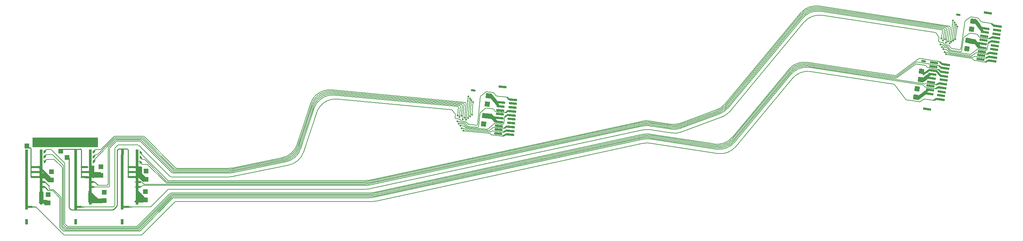
<source format=gbr>
*
G4_C Author: OrCAD GerbTool(tm) 8.1.1 Thu Jun 19 08:56:54 2003*
%LPD*%
%FSLAX34Y34*%
%MOIN*%
%AD*%
%AMD25R98*
20,1,0.025000,0.000000,-0.035000,0.000000,0.035000,98.600000*
%
%AMD10R98*
20,1,0.050000,-0.025000,0.000000,0.025000,0.000000,98.600000*
%
%AMD25R98N2*
20,1,0.025000,0.000000,-0.035000,0.000000,0.035000,98.600000*
%
%AMD10R98N2*
20,1,0.050000,-0.025000,0.000000,0.025000,0.000000,98.600000*
%
%AMD25R86*
20,1,0.025000,0.000000,-0.035000,0.000000,0.035000,86.080000*
%
%AMD10R86*
20,1,0.050000,-0.025000,0.000000,0.025000,0.000000,86.080000*
%
%AMD16R5*
20,1,0.025000,-0.035000,0.000000,0.035000,0.000000,5.450000*
%
%AMD10R5*
20,1,0.050000,-0.025000,0.000000,0.025000,0.000000,5.450000*
%
%AMD16R5N2*
20,1,0.025000,-0.035000,0.000000,0.035000,0.000000,5.450000*
%
%AMD10R5N2*
20,1,0.050000,-0.025000,0.000000,0.025000,0.000000,5.450000*
%
%AMD32R3*
20,1,0.025000,0.034920,-0.002390,-0.034920,0.002390,3.950000*
%
%AMD33R3*
20,1,0.050000,-0.001710,-0.024940,0.001710,0.024940,3.950000*
%
%AMD32R3N2*
20,1,0.025000,0.034920,-0.002390,-0.034920,0.002390,3.910000*
%
%AMD33R3N2*
20,1,0.050000,-0.001710,-0.024940,0.001710,0.024940,3.910000*
%
%AMD32R3N3*
20,1,0.025000,0.034920,-0.002390,-0.034920,0.002390,3.920000*
%
%AMD33R3N3*
20,1,0.050000,-0.001710,-0.024940,0.001710,0.024940,3.920000*
%
%AMD29R84*
20,1,0.022000,0.000000,-0.040000,0.000000,0.040000,84.700000*
%
%AMD54R84*
20,1,0.050000,-0.025000,0.000000,0.025000,0.000000,84.700000*
%
%AMD29R81*
20,1,0.022000,0.000000,-0.040000,0.000000,0.040000,81.200000*
%
%AMD54R81*
20,1,0.050000,-0.025000,0.000000,0.025000,0.000000,81.200000*
%
%AMD29R81N2*
20,1,0.022000,0.000000,-0.040000,0.000000,0.040000,81.200000*
%
%AMD54R81N2*
20,1,0.050000,-0.025000,0.000000,0.025000,0.000000,81.200000*
%
%AMD29R84N2*
20,1,0.022000,0.000000,-0.040000,0.000000,0.040000,84.700000*
%
%AMD54R84N2*
20,1,0.050000,-0.025000,0.000000,0.025000,0.000000,84.700000*
%
%AMD29R81N3*
20,1,0.022000,0.000000,-0.040000,0.000000,0.040000,81.300000*
%
%AMD54R81N3*
20,1,0.050000,-0.025000,0.000000,0.025000,0.000000,81.300000*
%
%AMD29R81N4*
20,1,0.022000,0.000000,-0.040000,0.000000,0.040000,81.300000*
%
%AMD54R81N4*
20,1,0.050000,-0.025000,0.000000,0.025000,0.000000,81.300000*
%
%AMD29R81N5*
20,1,0.022000,0.000000,-0.040000,0.000000,0.040000,81.300000*
%
%AMD54R81N5*
20,1,0.050000,-0.025000,0.000000,0.025000,0.000000,81.300000*
%
%ADD10R,0.050000X0.050000*%
%ADD11C,0.006000*%
%ADD12C,0.019000*%
%ADD13C,0.007900*%
%ADD14C,0.005000*%
%ADD15C,0.000800*%
%ADD16R,0.070000X0.025000*%
%ADD17R,0.068000X0.023000*%
%ADD18C,0.006000*%
%ADD19C,0.009800*%
%ADD20C,0.010000*%
%ADD21C,0.030000*%
%ADD22C,0.060000*%
%ADD23C,0.035000*%
%ADD24C,0.055000*%
%ADD25R,0.025000X0.070000*%
%ADD26C,0.010000*%
%ADD27R,0.029000X0.058000*%
%ADD28R,0.031000X0.060000*%
%ADD29R,0.022000X0.080000*%
%ADD30R,0.024000X0.082000*%
%ADD31D10R98N2*%
%ADD32D25R86*%
%ADD33D10R86*%
%ADD34D16R5*%
%ADD35D10R5*%
%ADD36D16R5N2*%
%ADD37D10R5N2*%
%ADD38D25R98N2*%
%ADD39D10R98N2*%
%ADD40D25R86*%
%ADD41D10R86*%
%ADD42D16R5*%
%ADD43D10R5*%
%ADD44D16R5N2*%
%ADD45D10R5N2*%
%ADD46D32R3*%
%ADD47D33R3*%
%ADD48R,0.070000X0.025000*%
%ADD49D33R3N2*%
%ADD50C,0.011000*%
%ADD51C,0.036000*%
%ADD52C,0.015000*%
%ADD53R,0.070000X0.025000*%
%ADD54R,0.050000X0.050000*%
%ADD55C,0.010000*%
%ADD56C,0.010000*%
%ADD57D29R84*%
%ADD58D54R84*%
%ADD59D29R81*%
%ADD60D54R81*%
%ADD61D29R81N2*%
%ADD62D54R81N2*%
%ADD63D29R84N2*%
%ADD64D54R84N2*%
%ADD65D29R81N3*%
%ADD66D54R81N3*%
%ADD67D29R81N4*%
%ADD68D54R81N4*%
%ADD69D29R81N5*%
%ADD70D54R81N5*%
%ADD256R,0.058000X0.029000*%
G4_C OrCAD GerbTool Tool List *
G4_D50 1 0.0110 T 0 0*
G4_D51 3 0.0360 T 0 0*
G4_D52 2 0.0150 T 0 0*
G54D11*
G1X70816Y13733D2*
G75*
G2X69971Y13134I-1546J1285D1*
G74*
G1X70043Y13033D2*
G75*
G3X70888Y13631I-695J1878D1*
G74*
G1X70960Y13529D2*
G75*
G2X70115Y12931I-1546J1285D1*
G74*
G1X70187Y12830D2*
G75*
G3X71031Y13428I-695J1878D1*
G74*
G1X71103Y13327D2*
G75*
G2X70258Y12729I-1546J1285D1*
G74*
G1X70486Y12408D2*
G75*
G3X71331Y13006I-695J1878D1*
G74*
G1X26343Y8326D2*
G75*
G3X27839Y9654I-404J1968D1*
G74*
G1X27931Y9551D2*
G75*
G2X26435Y8223I-1895J631D1*
G74*
G1X26527Y8119D2*
G75*
G3X28023Y9447I-404J1968D1*
G74*
G1X28115Y9343D2*
G75*
G2X26619Y8016I-1895J631D1*
G74*
G1X28207Y9240D2*
G75*
G2X26711Y7912I-1895J631D1*
G74*
G1X27002Y7584D2*
G75*
G3X28498Y8911I-404J1968D1*
G74*
G1X44058Y13377D2*
G75*
G3X43967Y13486I-100J9D1*
G74*
G54D12*
G1X44475Y12192D3*
G1X44548Y11109D2*
G54D11*
G1X44544Y11057D1*
G1X43396Y13126D2*
G75*
G3X43328Y13161I-77J-64D1*
G74*
G1X43716Y12741D2*
G1X43396Y13126D1*
G1X43738Y12667D2*
G75*
G3X43716Y12741I-100J9D1*
G74*
G54D12*
G1X44543Y11056D3*
G1X47869Y13984D2*
G1X47601Y14307D1*
G1X47656Y14247D2*
G1X47387Y14570D1*
G1X47565Y14359D2*
G1X47297Y14682D1*
G1X47570Y14098D2*
G1X47302Y14421D1*
G1X47811Y13810D2*
G1X47543Y14133D1*
G1X48084Y13580D2*
G1X47815Y13903D1*
G1X48014Y13566D2*
G1X47746Y13889D1*
G1X47852Y12029D2*
G1X47583Y12353D1*
G1X47768Y12018D2*
G1X47500Y12341D1*
G1X47782Y12023D2*
G1X47513Y12346D1*
G1X47583Y12249D2*
G1X47314Y12572D1*
G1X47402Y10602D2*
G75*
G54D11*
G2X47334Y10637I9J100D1*
G74*
G1X47580Y11380D2*
G75*
G3X47507Y11357I-9J-100D1*
G74*
G1X47646Y11738D2*
G75*
G2X47719Y11761I64J-77D1*
G74*
G1X47824Y12941D2*
G1X48533Y12875D1*
G1X47756Y12976D2*
G75*
G3X47824Y12941I77J64D1*
G74*
G1X47719Y11761D2*
G1X48513Y11687D1*
G75*
G3X48622Y11777I9J100D1*
G74*
G1X47909Y14515D2*
G75*
G2X47841Y14551I9J100D1*
G74*
G1X46835Y13304D2*
G1X47498Y13242D1*
G1X47566Y13206D2*
G1X47756Y12976D1*
G1X47498Y13242D2*
G75*
G2X47566Y13206I-9J-99D1*
G74*
G1X47841Y14551D2*
G1X47589Y14854D1*
G75*
G3X47522Y14890I-77J-64D1*
G74*
G1X45980Y11378D2*
G75*
G3X46089Y11468I9J100D1*
G74*
G1X46747Y13283D2*
G75*
G2X46820Y13305I64J-76D1*
G74*
G1X46089Y11468D2*
G1X46213Y12798D1*
G1X46248Y12865D2*
G1X46747Y13283D1*
G1X46213Y12798D2*
G75*
G2X46248Y12865I100J-9D1*
G74*
G1X47261Y12647D2*
G54D12*
G1X46843Y12685D1*
G1X47610Y12320D2*
G1X47342Y12643D1*
G1X47128Y12566D2*
G1X46710Y12604D1*
G1X47943Y12337D2*
G1X47525Y12376D1*
G1X45038Y14481D2*
G54D11*
G1X44992Y13983D1*
G1X45354Y14100D2*
G1X45308Y13602D1*
G1X45007Y14133D2*
G1X44824Y12159D1*
G1X45355Y14101D2*
G1X45204Y12475D1*
G54D12*
G1X45394Y12634D3*
G1X45203Y12476D3*
G1X45013Y12318D3*
G1X44823Y12160D3*
G1X45039Y14481D3*
G1X45197Y14290D3*
G1X45355Y14100D3*
G1X45513Y13910D3*
G1X45512Y13910D2*
G54D11*
G1X45394Y12634D1*
G1X44243Y13480D2*
G75*
G3X44153Y13589I-100J9D1*
G74*
G1X44429Y13583D2*
G75*
G3X44339Y13692I-100J9D1*
G74*
G1X44614Y13688D2*
G75*
G3X44524Y13796I-100J9D1*
G74*
G1X44799Y13790D2*
G75*
G3X44709Y13899I-100J9D1*
G74*
G1X45197Y14290D2*
G1X45014Y12317D1*
G54D12*
G1X44143Y12400D3*
G1X44143Y12400D2*
G54D11*
G1X44243Y13480D1*
G1X44219Y12170D2*
G75*
G3X44151Y12205I-77J-64D1*
G74*
G1X43798Y12238D1*
G1X43708Y12347D2*
G1X43738Y12667D1*
G1X43798Y12238D2*
G75*
G2X43708Y12347I9J100D1*
G74*
G54D12*
G1X43985Y12591D3*
G1X43985Y12591D2*
G54D11*
G1X44058Y13377D1*
G1X44475Y12192D2*
G1X44614Y13688D1*
G1X44665Y12351D2*
G1X44798Y13790D1*
G54D12*
G1X44665Y12351D3*
G1X44428Y13583D2*
G54D11*
G1X44333Y12559D1*
G54D12*
G1X44333Y12559D3*
G1X45067Y11670D2*
G75*
G54D11*
G2X44999Y11706I9J100D1*
G74*
G1X45980Y11378D2*
G1X45026Y11466D1*
G75*
G2X44958Y11501I9J100D1*
G74*
G1X44999Y11706D2*
G1X44818Y11925D1*
G75*
G3X44750Y11961I-77J-64D1*
G74*
G54D12*
G1X44238Y11548D3*
G1X44750Y11961D2*
G54D11*
G1X44403Y11993D1*
G1X44335Y12029D2*
G1X44219Y12170D1*
G1X44403Y11993D2*
G75*
G2X44335Y12029I9J100D1*
G74*
G54D12*
G1X44081Y11758D3*
G1X44961Y11353D2*
G75*
G54D11*
G2X44893Y11388I9J100D1*
G74*
G1X44654Y11675D1*
G75*
G3X44587Y11711I-77J-64D1*
G74*
G1X44819Y11124D2*
G75*
G2X44750Y11160I9J100D1*
G74*
G1X44587Y11711D2*
G1X44081Y11758D1*
G1X44958Y11501D2*
G1X44709Y11802D1*
G75*
G3X44642Y11838I-77J-64D1*
G74*
G1X44386Y11253D2*
G1X44388Y11276D1*
G54D12*
G1X44388Y11276D3*
G1X44750Y11160D2*
G54D11*
G1X44705Y11217D1*
G1X44636Y11253D2*
G1X44397Y11275D1*
G1X44705Y11217D2*
G75*
G3X44636Y11253I-78J-63D1*
G74*
G54D12*
G1X43927Y11989D3*
G1X44642Y11838D2*
G54D11*
G1X44348Y11865D1*
G75*
G2X44280Y11902I9J100D1*
G74*
G1X43928Y11990D2*
G1X44190Y11965D1*
G1X44259Y11929D2*
G1X44280Y11902D1*
G1X44190Y11965D2*
G75*
G2X44259Y11929I-9J-101D1*
G74*
G1X44899Y11237D2*
G75*
G2X44831Y11272I9J100D1*
G74*
G1X44659Y11480D1*
G1X44591Y11515D2*
G1X44238Y11548D1*
G1X44659Y11480D2*
G75*
G3X44591Y11515I-77J-64D1*
G74*
G1X44961Y11353D2*
G1X46919Y11171D1*
G1X46992Y11193D2*
G1X47646Y11738D1*
G1X46919Y11171D2*
G75*
G3X46992Y11193I9J100D1*
G74*
G1X47507Y11357D2*
G1X47147Y11057D1*
G1X47074Y11035D2*
G1X44899Y11237D1*
G1X47147Y11057D2*
G75*
G2X47074Y11035I-64J77D1*
G74*
G1X47334Y10637D2*
G1X47242Y10749D1*
G1X47174Y10785D2*
G1X44541Y11029D1*
G1X47242Y10749D2*
G75*
G3X47174Y10785I-77J-64D1*
G74*
G1X47425Y11001D2*
G75*
G3X47353Y10979I-9J-101D1*
G74*
G1X47284Y10923D1*
G1X47212Y10902D2*
G1X44819Y11124D1*
G1X47284Y10923D2*
G75*
G2X47212Y10902I-63J78D1*
G74*
G1X45880Y11595D2*
G1X45067Y11670D1*
G1X45989Y11685D2*
G75*
G2X45880Y11595I-100J9D1*
G74*
G1X45989Y11685D2*
G1X46246Y14453D1*
G75*
G2X46281Y14520I100J-9D1*
G74*
G54D63*
G1X49233Y10635D3*
G1X49269Y11028D3*
G1X49305Y11420D3*
G1X49342Y11811D3*
G1X49378Y12203D3*
G1X49414Y12595D3*
G1X49451Y12987D3*
G1X49487Y13379D3*
G1X49524Y13771D3*
G1X49560Y14163D3*
G1X48037Y10746D3*
G1X48073Y11138D3*
G1X48109Y11530D3*
G1X48146Y11922D3*
G1X48182Y12314D3*
G1X48219Y12705D3*
G1X48255Y13098D3*
G1X48291Y13490D3*
G1X48328Y13882D3*
G1X48473Y15449D3*
G1X49120Y14289D2*
G54D11*
G1X48995Y14301D1*
G1X48976Y14333D2*
G1X49096Y14216D1*
G1X48989Y14307D2*
G1X49108Y14190D1*
G1X48966Y14318D2*
G1X48971Y14378D1*
G1X49088Y14266D2*
G1X48973Y14406D1*
G1X49016Y14388D2*
G1X49058Y14347D1*
G1X48955Y14416D2*
G75*
G2X49016Y14388I-9J-101D1*
G74*
G1X49018Y14387D2*
G1X49109Y14297D1*
G1X48957Y14416D2*
G75*
G2X49018Y14387I-9J-100D1*
G74*
G1X48922Y14418D2*
G1X49041Y14300D1*
G1X48912Y14415D2*
G1X49033Y14303D1*
G1X49190Y14277D2*
G1X49065Y14289D1*
G1X49034Y14238D2*
G1X49153Y14120D1*
G1X49130Y14171D2*
G1X49137Y14244D1*
G1X48959Y14310D2*
G1X49079Y14192D1*
G1X48848Y14419D2*
G1X48968Y14301D1*
G1X48994Y12943D2*
G1X48869Y12954D1*
G1X48845Y12926D2*
G1X48984Y13019D1*
G1X48862Y12949D2*
G1X49001Y13043D1*
G1X48837Y12942D2*
G1X48832Y12883D1*
G1X48967Y12971D2*
G1X48828Y12855D1*
G1X48874Y12865D2*
G1X48922Y12897D1*
G1X48808Y12849D2*
G75*
G3X48874Y12865I9J101D1*
G74*
G1X48876Y12865D2*
G1X48982Y12937D1*
G1X48810Y12848D2*
G75*
G3X48876Y12865I9J100D1*
G74*
G1X48776Y12853D2*
G1X48915Y12946D1*
G1X48767Y12856D2*
G1X48906Y12944D1*
G1X49065Y12941D2*
G1X48940Y12953D1*
G1X48919Y13009D2*
G1X49058Y13103D1*
G1X49027Y13057D2*
G1X49020Y12984D1*
G1X48833Y12952D2*
G1X48972Y13045D1*
G1X48704Y12865D2*
G1X48844Y12959D1*
G1X48957Y12551D2*
G1X48833Y12562D1*
G1X48808Y12533D2*
G1X48947Y12627D1*
G1X48825Y12557D2*
G1X48965Y12650D1*
G1X48801Y12550D2*
G1X48795Y12490D1*
G1X48931Y12579D2*
G1X48792Y12463D1*
G1X48838Y12472D2*
G1X48886Y12505D1*
G1X48840Y12473D2*
G1X48946Y12545D1*
G1X48739Y12460D2*
G1X48878Y12554D1*
G1X48730Y12464D2*
G1X48869Y12552D1*
G1X49029Y12549D2*
G1X48904Y12561D1*
G1X48882Y12617D2*
G1X49021Y12710D1*
G1X48989Y12665D2*
G1X48982Y12591D1*
G1X48796Y12560D2*
G1X48935Y12653D1*
G1X48849Y11376D2*
G1X48725Y11387D1*
G1X48700Y11358D2*
G1X48839Y11452D1*
G1X48717Y11382D2*
G1X48857Y11475D1*
G1X48693Y11375D2*
G1X48687Y11315D1*
G1X48823Y11404D2*
G1X48684Y11287D1*
G1X48730Y11297D2*
G1X48778Y11330D1*
G1X48664Y11281D2*
G75*
G3X48730Y11297I9J101D1*
G74*
G1X48732Y11298D2*
G1X48838Y11370D1*
G1X48666Y11281D2*
G75*
G3X48732Y11298I9J100D1*
G74*
G1X48631Y11285D2*
G1X48770Y11379D1*
G1X48623Y11290D2*
G1X48761Y11378D1*
G1X48922Y11374D2*
G1X48797Y11385D1*
G1X48774Y11442D2*
G1X48913Y11535D1*
G1X48882Y11490D2*
G1X48875Y11416D1*
G1X48689Y11384D2*
G1X48828Y11478D1*
G1X48560Y11298D2*
G1X48699Y11391D1*
G1X48814Y10985D2*
G1X48690Y10997D1*
G1X48665Y10968D2*
G1X48804Y11061D1*
G1X48682Y10991D2*
G1X48821Y11085D1*
G1X48657Y10985D2*
G1X48652Y10925D1*
G1X48788Y11014D2*
G1X48648Y10897D1*
G1X48694Y10907D2*
G1X48743Y10940D1*
G1X48629Y10891D2*
G75*
G3X48694Y10907I9J101D1*
G74*
G1X48697Y10908D2*
G1X48803Y10979D1*
G1X48631Y10891D2*
G75*
G3X48697Y10908I9J100D1*
G74*
G1X48596Y10895D2*
G1X48735Y10988D1*
G1X48587Y10899D2*
G1X48726Y10986D1*
G1X48885Y10984D2*
G1X48761Y10995D1*
G1X48738Y11051D2*
G1X48877Y11145D1*
G1X48846Y11100D2*
G1X48839Y11026D1*
G1X48652Y10993D2*
G1X48791Y11087D1*
G1X48524Y10907D2*
G1X48663Y11000D1*
G1X48777Y10591D2*
G1X48652Y10602D1*
G1X48627Y10574D2*
G1X48767Y10667D1*
G1X48645Y10597D2*
G1X48784Y10691D1*
G1X48620Y10590D2*
G1X48614Y10531D1*
G1X48750Y10619D2*
G1X48611Y10503D1*
G1X48657Y10513D2*
G1X48705Y10545D1*
G1X48591Y10497D2*
G75*
G3X48657Y10513I9J101D1*
G74*
G1X48659Y10513D2*
G1X48765Y10585D1*
G1X48593Y10496D2*
G75*
G3X48659Y10513I9J100D1*
G74*
G1X48558Y10501D2*
G1X48698Y10594D1*
G1X48550Y10505D2*
G1X48688Y10593D1*
G1X48848Y10589D2*
G1X48723Y10601D1*
G1X48701Y10657D2*
G1X48841Y10751D1*
G1X48808Y10705D2*
G1X48801Y10632D1*
G1X48616Y10600D2*
G1X48755Y10693D1*
G1X48487Y10513D2*
G1X48626Y10607D1*
G1X48612Y10490D2*
G1X47402Y10602D1*
G1X48648Y10887D2*
G1X47425Y11001D1*
G1X48685Y11277D2*
G1X47580Y11380D1*
G1X48830Y12848D2*
G1X48131Y12912D1*
G1X48622Y11777D2*
G1X48683Y12439D1*
G1X48727Y12513D2*
G1X48806Y12567D1*
G1X48683Y12439D2*
G75*
G2X48727Y12513I99J-9D1*
G74*
G1X48726Y12396D2*
G1X48865Y12490D1*
G1X48683Y12367D2*
G1X48823Y12461D1*
G1X48696Y12406D2*
G1X48835Y12500D1*
G1X48976Y14416D2*
G1X47909Y14515D1*
G1X47954Y12350D2*
G54D12*
G1X47535Y12389D1*
G1X47195Y12346D2*
G1X46777Y12384D1*
G1X47476Y12319D2*
G1X47058Y12358D1*
G1X47304Y12480D2*
G1X46886Y12519D1*
G1X47359Y12379D2*
G1X47747Y11944D1*
G54D64*
G1X46585Y11729D3*
G1X46662Y12566D3*
G1X46957Y13702D3*
G1X47034Y14539D3*
G1X47548Y14261D2*
G54D12*
G1X47280Y14584D1*
G1X46281Y14520D2*
G54D11*
G1X46773Y14931D1*
G1X46845Y14953D2*
G1X47522Y14890D1*
G1X46773Y14931D2*
G75*
G2X46845Y14953I64J-77D1*
G74*
G1X45670Y15085D2*
G54D12*
G1X45389Y15111D1*
G1X92669Y21081D2*
G75*
G54D11*
G3X92586Y21195I-99J15D1*
G74*
G54D12*
G1X93016Y19873D3*
G1X93025Y18788D2*
G54D11*
G1X93017Y18736D1*
G1X91994Y20869D2*
G75*
G3X91928Y20909I-81J-59D1*
G74*
G1X92290Y20466D2*
G1X91994Y20869D1*
G1X92308Y20391D2*
G75*
G3X92290Y20466I-99J15D1*
G74*
G54D12*
G1X93017Y18735D3*
G1X96510Y21461D2*
G1X96262Y21800D1*
G1X96313Y21736D2*
G1X96064Y22075D1*
G1X96229Y21853D2*
G1X95981Y22192D1*
G1X96219Y21593D2*
G1X95970Y21931D1*
G1X96442Y21291D2*
G1X96193Y21629D1*
G1X96700Y21045D2*
G1X96452Y21383D1*
G1X96630Y21035D2*
G1X96381Y21374D1*
G1X96377Y19511D2*
G1X96128Y19849D1*
G1X96293Y19504D2*
G1X96044Y19843D1*
G1X96307Y19508D2*
G1X96058Y19847D1*
G1X96121Y19746D2*
G1X95873Y20085D1*
G1X95843Y18112D2*
G75*
G54D11*
G2X95777Y18152I15J99D1*
G74*
G1X96067Y18878D2*
G75*
G3X95993Y18860I-15J-99D1*
G74*
G1X96154Y19232D2*
G75*
G2X96229Y19250I60J-81D1*
G74*
G1X96403Y20422D2*
G1X97107Y20315D1*
G1X96337Y20462D2*
G75*
G3X96403Y20422I81J60D1*
G74*
G1X96229Y19250D2*
G1X97016Y19130D1*
G75*
G3X97130Y19213I15J99D1*
G74*
G1X96582Y21988D2*
G75*
G2X96516Y22029I15J99D1*
G74*
G1X95437Y20843D2*
G1X96096Y20743D1*
G1X96161Y20702D2*
G1X96337Y20462D1*
G1X96096Y20743D2*
G75*
G2X96161Y20702I-15J-98D1*
G74*
G1X96516Y22029D2*
G1X96282Y22346D1*
G75*
G3X96218Y22386I-81J-60D1*
G74*
G1X94470Y18971D2*
G75*
G3X94584Y19055I15J99D1*
G74*
G1X95348Y20828D2*
G75*
G2X95423Y20846I60J-80D1*
G74*
G1X94584Y19055D2*
G1X94786Y20375D1*
G1X94825Y20440D2*
G1X95348Y20828D1*
G1X94786Y20375D2*
G75*
G2X94825Y20440I99J-15D1*
G74*
G1X95824Y20162D2*
G54D12*
G1X95409Y20226D1*
G1X96153Y19815D2*
G1X95904Y20154D1*
G1X95686Y20089D2*
G1X95271Y20152D1*
G1X96487Y19813D2*
G1X96071Y19876D1*
G1X93713Y22125D2*
G54D11*
G1X93638Y21631D1*
G1X94006Y21726D2*
G1X93931Y21232D1*
G1X93662Y21780D2*
G1X93362Y19819D1*
G1X94008Y21727D2*
G1X93761Y20112D1*
G54D12*
G1X93959Y20260D3*
G1X93760Y20114D3*
G1X93560Y19967D3*
G1X93361Y19821D3*
G1X93714Y22125D3*
G1X93861Y21925D3*
G1X94007Y21726D3*
G1X94154Y21526D3*
G1X94153Y21526D2*
G54D11*
G1X93959Y20260D1*
G1X92861Y21173D2*
G75*
G3X92777Y21287I-99J15D1*
G74*
G1X93053Y21265D2*
G75*
G3X92969Y21379I-99J15D1*
G74*
G1X93243Y21358D2*
G75*
G3X93159Y21472I-99J15D1*
G74*
G1X93434Y21449D2*
G75*
G3X93350Y21563I-99J15D1*
G74*
G1X93861Y21925D2*
G1X93561Y19966D1*
G54D12*
G1X92697Y20100D3*
G1X92697Y20100D2*
G54D11*
G1X92861Y21173D1*
G1X92759Y19866D2*
G75*
G3X92693Y19906I-81J-59D1*
G74*
G1X92343Y19959D1*
G1X92259Y20073D2*
G1X92308Y20391D1*
G1X92343Y19959D2*
G75*
G2X92259Y20073I15J99D1*
G74*
G54D12*
G1X92550Y20301D3*
G1X92550Y20301D2*
G54D11*
G1X92669Y21081D1*
G1X93016Y19873D2*
G1X93243Y21358D1*
G1X93214Y20021D2*
G1X93433Y21449D1*
G54D12*
G1X93214Y20021D3*
G1X93052Y21265D2*
G54D11*
G1X92896Y20248D1*
G54D12*
G1X92896Y20248D3*
G1X93576Y19317D2*
G75*
G54D11*
G2X93510Y19357I15J99D1*
G74*
G1X94470Y18971D2*
G1X93523Y19116D1*
G75*
G2X93457Y19155I15J99D1*
G74*
G1X93510Y19357D2*
G1X93342Y19587D1*
G75*
G3X93276Y19626I-81J-60D1*
G74*
G54D12*
G1X92741Y19245D3*
G1X93276Y19626D2*
G54D11*
G1X92932Y19679D1*
G1X92867Y19719D2*
G1X92759Y19866D1*
G1X92932Y19679D2*
G75*
G2X92867Y19719I15J99D1*
G74*
G54D12*
G1X92597Y19463D3*
G1X93451Y19007D2*
G75*
G54D11*
G2X93385Y19046I15J99D1*
G74*
G1X93164Y19347D1*
G75*
G3X93099Y19386I-81J-60D1*
G74*
G1X93296Y18787D2*
G75*
G2X93229Y18827I15J99D1*
G74*
G1X93099Y19386D2*
G1X92597Y19463D1*
G1X93457Y19155D2*
G1X93226Y19470D1*
G75*
G3X93162Y19510I-81J-60D1*
G74*
G1X92871Y18942D2*
G1X92875Y18964D1*
G54D12*
G1X92875Y18964D3*
G1X93229Y18827D2*
G54D11*
G1X93187Y18886D1*
G1X93121Y18927D2*
G1X92884Y18963D1*
G1X93187Y18886D2*
G75*
G3X93121Y18927I-82J-58D1*
G74*
G54D12*
G1X92457Y19703D3*
G1X93162Y19510D2*
G54D11*
G1X92870Y19555D1*
G75*
G2X92804Y19595I15J99D1*
G74*
G1X92458Y19704D2*
G1X92718Y19664D1*
G1X92784Y19624D2*
G1X92804Y19595D1*
G1X92718Y19664D2*
G75*
G2X92784Y19624I-15J-100D1*
G74*
G1X93382Y18895D2*
G75*
G2X93316Y18934I15J99D1*
G74*
G1X93157Y19152D1*
G1X93092Y19191D2*
G1X92741Y19245D1*
G1X93157Y19152D2*
G75*
G3X93092Y19191I-81J-59D1*
G74*
G1X93451Y19007D2*
G1X95395Y18709D1*
G1X95469Y18727D2*
G1X96154Y19232D1*
G1X95395Y18709D2*
G75*
G3X95469Y18727I15J99D1*
G74*
G1X95993Y18860D2*
G1X95615Y18582D1*
G1X95542Y18564D2*
G1X93382Y18895D1*
G1X95615Y18582D2*
G75*
G2X95542Y18564I-59J81D1*
G74*
G1X95777Y18152D2*
G1X95692Y18269D1*
G1X95626Y18309D2*
G1X93013Y18708D1*
G1X95692Y18269D2*
G75*
G3X95626Y18309I-81J-60D1*
G74*
G1X95890Y18509D2*
G75*
G3X95817Y18492I-15J-100D1*
G74*
G1X95744Y18440D1*
G1X95671Y18423D2*
G1X93296Y18787D1*
G1X95744Y18440D2*
G75*
G2X95671Y18423I-58J82D1*
G74*
G1X94383Y19194D2*
G1X93576Y19317D1*
G1X94497Y19278D2*
G75*
G2X94383Y19194I-99J15D1*
G74*
G1X94497Y19278D2*
G1X94917Y22026D1*
G75*
G2X94957Y22090I99J-15D1*
G74*
G54D65*
G1X97673Y18037D3*
G1X97732Y18427D3*
G1X97792Y18816D3*
G1X97851Y19204D3*
G1X97911Y19594D3*
G1X97970Y19982D3*
G1X98030Y20372D3*
G1X98090Y20761D3*
G1X98149Y21151D3*
G1X98209Y21539D3*
G1X96485Y18219D3*
G1X96545Y18608D3*
G1X96605Y18996D3*
G1X96664Y19386D3*
G1X96724Y19775D3*
G1X96783Y20164D3*
G1X96843Y20553D3*
G1X96902Y20943D3*
G1X96962Y21332D3*
G1X97200Y22887D3*
G1X97777Y21691D2*
G54D11*
G1X97653Y21710D1*
G1X97636Y21744D2*
G1X97748Y21620D1*
G1X97647Y21717D2*
G1X97759Y21593D1*
G1X97625Y21730D2*
G1X97634Y21789D1*
G1X97744Y21670D2*
G1X97637Y21817D1*
G1X97679Y21796D2*
G1X97718Y21753D1*
G1X97619Y21828D2*
G75*
G2X97679Y21796I-15J-100D1*
G74*
G1X97681Y21795D2*
G1X97767Y21700D1*
G1X97621Y21827D2*
G75*
G2X97681Y21795I-15J-99D1*
G74*
G1X97587Y21832D2*
G1X97699Y21707D1*
G1X97577Y21829D2*
G1X97691Y21710D1*
G1X97846Y21676D2*
G1X97722Y21694D1*
G1X97688Y21645D2*
G1X97800Y21521D1*
G1X97780Y21572D2*
G1X97791Y21646D1*
G1X97617Y21722D2*
G1X97730Y21597D1*
G1X97514Y21837D2*
G1X97626Y21712D1*
G1X97571Y20355D2*
G1X97448Y20374D1*
G1X97421Y20346D2*
G1X97566Y20432D1*
G1X97440Y20369D2*
G1X97584Y20454D1*
G1X97415Y20364D2*
G1X97406Y20304D1*
G1X97546Y20385D2*
G1X97400Y20277D1*
G1X97447Y20284D2*
G1X97497Y20314D1*
G1X97380Y20272D2*
G75*
G3X97447Y20284I15J100D1*
G74*
G1X97449Y20285D2*
G1X97559Y20350D1*
G1X97382Y20271D2*
G75*
G3X97449Y20285I15J99D1*
G74*
G1X97348Y20278D2*
G1X97492Y20363D1*
G1X97339Y20282D2*
G1X97483Y20361D1*
G1X97642Y20349D2*
G1X97518Y20368D1*
G1X97500Y20425D2*
G1X97644Y20511D1*
G1X97611Y20467D2*
G1X97599Y20394D1*
G1X97411Y20373D2*
G1X97556Y20458D1*
G1X97278Y20295D2*
G1X97422Y20380D1*
G1X97512Y19965D2*
G1X97388Y19984D1*
G1X97362Y19957D2*
G1X97506Y20042D1*
G1X97380Y19979D2*
G1X97525Y20065D1*
G1X97355Y19974D2*
G1X97346Y19915D1*
G1X97487Y19996D2*
G1X97341Y19887D1*
G1X97387Y19894D2*
G1X97437Y19924D1*
G1X97389Y19895D2*
G1X97500Y19960D1*
G1X97288Y19888D2*
G1X97433Y19973D1*
G1X97280Y19893D2*
G1X97423Y19972D1*
G1X97582Y19960D2*
G1X97459Y19979D1*
G1X97440Y20036D2*
G1X97585Y20121D1*
G1X97550Y20078D2*
G1X97539Y20005D1*
G1X97350Y19984D2*
G1X97495Y20069D1*
G1X97334Y18799D2*
G1X97210Y18818D1*
G1X97184Y18790D2*
G1X97329Y18876D1*
G1X97203Y18813D2*
G1X97347Y18898D1*
G1X97178Y18808D2*
G1X97168Y18748D1*
G1X97309Y18829D2*
G1X97163Y18721D1*
G1X97210Y18728D2*
G1X97260Y18758D1*
G1X97143Y18716D2*
G75*
G3X97210Y18728I15J100D1*
G74*
G1X97212Y18729D2*
G1X97322Y18794D1*
G1X97145Y18715D2*
G75*
G3X97212Y18729I15J99D1*
G74*
G1X97111Y18722D2*
G1X97255Y18807D1*
G1X97102Y18727D2*
G1X97246Y18806D1*
G1X97406Y18793D2*
G1X97282Y18812D1*
G1X97263Y18869D2*
G1X97407Y18955D1*
G1X97373Y18911D2*
G1X97362Y18838D1*
G1X97174Y18817D2*
G1X97318Y18902D1*
G1X97041Y18739D2*
G1X97185Y18824D1*
G1X97276Y18411D2*
G1X97152Y18430D1*
G1X97126Y18403D2*
G1X97270Y18488D1*
G1X97144Y18425D2*
G1X97289Y18510D1*
G1X97119Y18420D2*
G1X97110Y18361D1*
G1X97251Y18441D2*
G1X97105Y18333D1*
G1X97152Y18340D2*
G1X97202Y18370D1*
G1X97085Y18328D2*
G75*
G3X97152Y18340I15J100D1*
G74*
G1X97154Y18341D2*
G1X97264Y18406D1*
G1X97087Y18328D2*
G75*
G3X97154Y18341I15J99D1*
G74*
G1X97052Y18334D2*
G1X97197Y18419D1*
G1X97044Y18338D2*
G1X97188Y18418D1*
G1X97347Y18405D2*
G1X97223Y18424D1*
G1X97204Y18482D2*
G1X97348Y18567D1*
G1X97314Y18524D2*
G1X97303Y18451D1*
G1X97115Y18429D2*
G1X97259Y18514D1*
G1X96981Y18350D2*
G1X97126Y18435D1*
G1X97215Y18020D2*
G1X97091Y18039D1*
G1X97065Y18012D2*
G1X97209Y18097D1*
G1X97083Y18034D2*
G1X97228Y18119D1*
G1X97058Y18029D2*
G1X97049Y17969D1*
G1X97190Y18050D2*
G1X97044Y17942D1*
G1X97091Y17949D2*
G1X97141Y17979D1*
G1X97024Y17937D2*
G75*
G3X97091Y17949I15J100D1*
G74*
G1X97093Y17950D2*
G1X97203Y18015D1*
G1X97026Y17937D2*
G75*
G3X97093Y17950I15J99D1*
G74*
G1X96992Y17943D2*
G1X97136Y18028D1*
G1X96983Y17948D2*
G1X97127Y18027D1*
G1X97286Y18014D2*
G1X97162Y18033D1*
G1X97144Y18090D2*
G1X97288Y18176D1*
G1X97253Y18132D2*
G1X97242Y18059D1*
G1X97055Y18038D2*
G1X97199Y18123D1*
G1X96921Y17960D2*
G1X97066Y18045D1*
G1X97044Y17929D2*
G1X95843Y18112D1*
G1X97104Y18323D2*
G1X95890Y18509D1*
G1X97164Y18711D2*
G1X96067Y18878D1*
G1X97402Y20269D2*
G1X96708Y20376D1*
G1X97130Y19213D2*
G1X97231Y19871D1*
G1X97279Y19941D2*
G1X97362Y19990D1*
G1X97231Y19871D2*
G75*
G2X97279Y19941I98J-15D1*
G74*
G1X97272Y19825D2*
G1X97416Y19910D1*
G1X97227Y19799D2*
G1X97372Y19884D1*
G1X97242Y19837D2*
G1X97386Y19922D1*
G1X97640Y21826D2*
G1X96582Y21988D1*
G1X96498Y19825D2*
G54D12*
G1X96082Y19889D1*
G1X95740Y19865D2*
G1X95325Y19929D1*
G1X96019Y19823D2*
G1X95604Y19886D1*
G1X95857Y19993D2*
G1X95441Y20057D1*
G1X95905Y19888D2*
G1X96267Y19431D1*
G54D66*
G1X95095Y19286D3*
G1X95221Y20117D3*
G1X95583Y21234D3*
G1X95709Y22064D3*
G1X96206Y21756D2*
G54D12*
G1X95958Y22095D1*
G1X94957Y22090D2*
G54D11*
G1X95472Y22471D1*
G1X95546Y22489D2*
G1X96218Y22386D1*
G1X95472Y22471D2*
G75*
G2X95546Y22489I60J-81D1*
G74*
G1X94381Y22690D2*
G54D12*
G1X94101Y22733D1*
G1X44709Y13899D2*
G54D11*
G1X31296Y15143D1*
G1X29213Y13783D2*
G1X27839Y9654D1*
G1X31296Y15143D2*
G75*
G3X29213Y13783I-185J-1999D1*
G74*
G1X27931Y9551D2*
G1X29297Y13656D1*
G1X31380Y15016D2*
G1X44524Y13796D1*
G1X29297Y13656D2*
G75*
G2X31380Y15016I1903J-634D1*
G74*
G1X44339Y13692D2*
G1X31463Y14887D1*
G1X29380Y13526D2*
G1X28023Y9447D1*
G1X31463Y14887D2*
G75*
G3X29380Y13526I-185J-2000D1*
G74*
G1X28115Y9343D2*
G1X29464Y13398D1*
G1X31547Y14758D2*
G1X44153Y13589D1*
G1X29464Y13398D2*
G75*
G2X31547Y14758I1903J-634D1*
G74*
G1X43967Y13486D2*
G1X31630Y14630D1*
G1X29548Y13269D2*
G1X28207Y9240D1*
G1X31630Y14630D2*
G75*
G3X29548Y13269I-185J-2000D1*
G74*
G1X28498Y8911D2*
G1X29812Y12861D1*
G1X31895Y14222D2*
G1X43328Y13161D1*
G1X29812Y12861D2*
G75*
G2X31895Y14222I1903J-632D1*
G74*
G1X71331Y13006D2*
G1X78752Y21944D1*
G1X80593Y22644D2*
G1X91928Y20909D1*
G1X78752Y21944D2*
G75*
G2X80593Y22644I1541J-1281D1*
G74*
G1X92586Y21195D2*
G1X80440Y23053D1*
G1X78599Y22354D2*
G1X71103Y13327D1*
G1X80440Y23053D2*
G75*
G3X78599Y22354I-302J-1978D1*
G74*
G1X71031Y13428D2*
G1X78549Y22483D1*
G1X80390Y23182D2*
G1X92777Y21287D1*
G1X78549Y22483D2*
G75*
G2X80390Y23182I1541J-1281D1*
G74*
G1X92969Y21379D2*
G1X80342Y23311D1*
G1X78500Y22612D2*
G1X70960Y13529D1*
G1X80342Y23311D2*
G75*
G3X78500Y22612I-302J-1979D1*
G74*
G1X70888Y13631D2*
G1X78452Y22741D1*
G1X80293Y23441D2*
G1X93159Y21472D1*
G1X78452Y22741D2*
G75*
G2X80293Y23441I1541J-1281D1*
G74*
G1X93350Y21563D2*
G1X80244Y23569D1*
G1X78402Y22870D2*
G1X70816Y13733D1*
G1X80244Y23569D2*
G75*
G3X78402Y22870I-302J-1979D1*
G74*
G1X11755Y5895D2*
G54D20*
G1X12004Y5894D1*
G1X11754Y5395D2*
G1X12004Y5395D1*
G1X11529Y5395D2*
G54D11*
G1X12142Y5395D1*
G75*
G3X12212Y5423I0J100D1*
G74*
G1X12860Y7624D2*
G75*
G3X12789Y7654I-71J-71D1*
G74*
G1X15284Y4369D2*
G1X13817Y2902D1*
G1X13181Y3424D2*
G75*
G2X13112Y3395I-71J71D1*
G74*
G1X11992Y5895D2*
G1X11529Y5895D1*
G1X12423Y5984D2*
G54D12*
G1X11815Y6592D1*
G1X12421Y6198D2*
G1X11813Y6805D1*
G1X12534Y6278D2*
G1X11926Y6886D1*
G1X11815Y6451D2*
G1X11815Y7311D1*
G1X12005Y6504D2*
G1X12004Y7364D1*
G1X12162Y6504D2*
G1X12162Y7364D1*
G1X11292Y6896D2*
G1X12152Y6896D1*
G1X12738Y6119D2*
G1X12130Y6728D1*
G1X12449Y4320D2*
G1X11841Y4928D1*
G1X12485Y4129D2*
G1X11877Y4737D1*
G1X11877Y3923D2*
G1X11876Y4783D1*
G1X12380Y4046D2*
G1X12030Y4046D1*
G1X12349Y4172D2*
G1X11999Y4172D1*
G1X12337Y4359D2*
G1X11987Y4359D1*
G1X12319Y4442D2*
G1X11969Y4443D1*
G1X6153Y3395D2*
G1X5603Y3395D1*
G1X6450Y3394D2*
G54D20*
G1X6053Y3394D1*
G1X1518Y10091D2*
G54D10*
G1X7592Y10091D1*
G1X7592Y9634D2*
G1X1518Y9634D1*
G1X5176Y3096D2*
G75*
G54D19*
G2X5106Y3125I0J100D1*
G74*
G1X4987Y3244D1*
G75*
G2X4957Y3315I71J71D1*
G74*
G54D54*
G1X4101Y8998D3*
G1X4957Y3315D2*
G54D19*
G1X4957Y8296D1*
G54D54*
G1X4758Y8349D3*
G1X11252Y3396D2*
G54D20*
G1X10855Y3396D1*
G1X10954Y3396D2*
G54D12*
G1X10405Y3396D1*
G1X9465Y3425D2*
G75*
G54D11*
G2X9394Y3396I-71J71D1*
G74*
G1X9523Y3483D2*
G75*
G3X9552Y3553I-71J71D1*
G74*
G1X9552Y9254D1*
G75*
G2X9581Y9325I100J0D1*
G74*
G1X9951Y9204D2*
G75*
G54D19*
G3X9880Y9175I0J-100D1*
G74*
G1X9805Y9099D1*
G1X9776Y9028D2*
G75*
G2X9805Y9099I100J0D1*
G74*
G1X9776Y3536D2*
G1X9776Y9028D1*
G1X9746Y3466D2*
G75*
G3X9776Y3536I-71J71D1*
G74*
G1X9407Y3126D2*
G75*
G2X9336Y3097I-71J71D1*
G74*
G1X7019Y8790D2*
G54D11*
G1X7149Y8895D1*
G1X7020Y9002D1*
G1X7024Y8896D2*
G1X7149Y8895D1*
G1X7018Y8290D2*
G1X7148Y8396D1*
G1X7019Y8502D1*
G1X7023Y8396D2*
G1X7148Y8396D1*
G1X7021Y9001D2*
G1X7145Y9000D1*
G1X7021Y8984D2*
G1X7021Y8829D1*
G1X7152Y8895D2*
G1X7023Y9001D1*
G1X7027Y8895D2*
G1X7152Y8895D1*
G1X7153Y8895D2*
G1X7023Y8788D1*
G1X7005Y8501D2*
G1X7130Y8501D1*
G1X7026Y8396D2*
G1X7151Y8396D1*
G1X7021Y8485D2*
G1X7021Y8331D1*
G1X7021Y8290D2*
G1X7151Y8396D1*
G1X7149Y8396D2*
G1X7020Y8502D1*
G1X7029Y8895D2*
G1X7153Y8895D1*
G1X7021Y7791D2*
G1X7151Y7897D1*
G1X6981Y8002D2*
G1X7106Y8002D1*
G1X7026Y7897D2*
G1X7151Y7897D1*
G1X7021Y8002D1*
G1X7151Y7897D2*
G1X7026Y7897D1*
G1X6953Y5895D2*
G54D20*
G1X7203Y5895D1*
G1X6524Y6896D2*
G54D12*
G1X7384Y6896D1*
G1X7143Y6364D2*
G1X6619Y6364D1*
G1X7034Y6421D2*
G1X7035Y6880D1*
G1X7659Y3998D2*
G1X6985Y3998D1*
G1X7094Y3893D2*
G1X7095Y4352D1*
G1X7202Y6400D2*
G1X7203Y6859D1*
G1X7030Y6976D2*
G1X7031Y7435D1*
G1X7220Y6979D2*
G1X7220Y7438D1*
G1X7031Y7486D2*
G54D20*
G1X7281Y7486D1*
G1X7383Y6980D2*
G54D12*
G1X7382Y7439D1*
G1X7148Y7482D2*
G54D20*
G1X7398Y7482D1*
G1X8381Y3937D2*
G54D12*
G1X7705Y3937D1*
G1X8314Y4124D2*
G1X7639Y4124D1*
G1X6982Y3885D2*
G1X6982Y4344D1*
G1X7778Y4137D2*
G1X6988Y4927D1*
G1X7788Y3903D2*
G1X6998Y4694D1*
G1X7670Y3866D2*
G1X6996Y3866D1*
G1X8278Y3866D2*
G1X7602Y3866D1*
G1X7699Y4122D2*
G1X7023Y4122D1*
G1X7248Y4050D2*
G1X7247Y4509D1*
G1X7078Y4273D2*
G1X7079Y4732D1*
G1X6983Y4338D2*
G1X6983Y4797D1*
G1X6773Y6394D2*
G1X6223Y6394D1*
G1X6770Y6894D2*
G1X6220Y6894D1*
G1X6770Y7396D2*
G1X6220Y7396D1*
G1X1204Y3396D2*
G1X654Y3396D1*
G54D54*
G1X707Y9529D3*
G1X512Y9331D2*
G54D19*
G1X1023Y9331D1*
G75*
G2X1123Y9231I0J-100D1*
G74*
G1X1123Y6394D1*
G1X2004Y5896D2*
G54D20*
G1X2255Y5896D1*
G1X2004Y5396D2*
G1X2254Y5396D1*
G1X1924Y7407D2*
G54D12*
G1X3008Y6322D1*
G1X2085Y6421D2*
G1X2085Y6880D1*
G1X2092Y6769D2*
G1X2091Y7228D1*
G1X2698Y3814D2*
G1X2022Y3815D1*
G1X2710Y3999D2*
G1X2035Y3999D1*
G1X14902Y6016D2*
G75*
G54D11*
G2X14832Y6045I0J100D1*
G74*
G1X14760Y5925D2*
G75*
G3X14830Y5896I71J71D1*
G74*
G1X14749Y5776D2*
G75*
G2X14679Y5805I0J100D1*
G74*
G1X14884Y5127D2*
G1X13181Y3424D1*
G1X14954Y5156D2*
G75*
G3X14884Y5127I0J-100D1*
G74*
G1X15125Y4747D2*
G1X13778Y3401D1*
G1X15195Y4776D2*
G75*
G3X15125Y4747I0J-100D1*
G74*
G1X15183Y4627D2*
G75*
G2X15253Y4656I71J-71D1*
G74*
G1X15310Y4536D2*
G75*
G3X15240Y4507I0J-100D1*
G74*
G1X15302Y4387D2*
G75*
G2X15372Y4416I71J-71D1*
G74*
G1X15377Y4267D2*
G1X13968Y2856D1*
G1X15448Y4296D2*
G75*
G3X15377Y4267I0J-100D1*
G74*
G1X15573Y3887D2*
G75*
G2X15643Y3916I71J-71D1*
G74*
G1X12077Y966D2*
G1X15287Y4179D1*
G1X12007Y937D2*
G75*
G3X12077Y966I0J100D1*
G74*
G1X15302Y4387D2*
G1X12003Y1086D1*
G75*
G2X11933Y1057I-71J71D1*
G74*
G1X11940Y1206D2*
G1X15240Y4507D1*
G1X11870Y1177D2*
G75*
G3X11940Y1206I0J100D1*
G74*
G1X15183Y4627D2*
G1X11883Y1326D1*
G75*
G2X11813Y1297I-71J71D1*
G74*
G1X11825Y1446D2*
G1X14956Y4578D1*
G1X11755Y1417D2*
G75*
G3X11825Y1446I0J100D1*
G74*
G1X9838Y9582D2*
G1X9581Y9325D1*
G1X9908Y9611D2*
G75*
G3X9838Y9582I0J-100D1*
G74*
G1X9686Y9964D2*
G75*
G2X9756Y9993I71J-71D1*
G74*
G1X9614Y10084D2*
G75*
G2X9684Y10113I71J-71D1*
G74*
G1X9550Y10204D2*
G75*
G2X9620Y10233I71J-71D1*
G74*
G1X9493Y10324D2*
G75*
G2X9563Y10353I71J-71D1*
G74*
G1X9436Y10444D2*
G75*
G2X9506Y10473I71J-71D1*
G74*
G1X9436Y10444D2*
G1X8176Y9184D1*
G1X6143Y3395D2*
G1X9394Y3395D1*
G1X9464Y3424D2*
G1X9523Y3483D1*
G1X9394Y3395D2*
G75*
G3X9464Y3424I0J100D1*
G74*
G1X9746Y3466D2*
G54D19*
G1X9406Y3125D1*
G1X9336Y3096D2*
G1X5176Y3096D1*
G1X9406Y3125D2*
G75*
G2X9336Y3096I-71J71D1*
G74*
G1X11755Y1417D2*
G54D11*
G1X4806Y1417D1*
G75*
G2X4736Y1446I0J100D1*
G74*
G1X4707Y1297D2*
G1X11813Y1297D1*
G1X4636Y1326D2*
G75*
G3X4707Y1297I71J71D1*
G74*
G1X11870Y1177D2*
G1X4610Y1177D1*
G75*
G2X4540Y1206I0J100D1*
G74*
G1X4534Y1057D2*
G1X11933Y1057D1*
G1X4464Y1086D2*
G75*
G3X4534Y1057I71J71D1*
G74*
G1X12007Y937D2*
G1X4435Y937D1*
G75*
G2X4365Y966I0J100D1*
G74*
G1X4051Y1280D1*
G75*
G2X4022Y1350I71J71D1*
G74*
G1X4464Y1086D2*
G1X4171Y1379D1*
G75*
G2X4142Y1449I71J71D1*
G74*
G1X4540Y1206D2*
G1X4291Y1455D1*
G75*
G2X4262Y1525I71J71D1*
G74*
G1X4636Y1326D2*
G1X4411Y1553D1*
G75*
G2X4382Y1623I71J71D1*
G74*
G1X4736Y1446D2*
G1X4536Y1646D1*
G75*
G2X4507Y1716I71J71D1*
G74*
G1X4022Y4254D2*
G1X4022Y1350D1*
G1X3993Y4324D2*
G75*
G2X4022Y4254I-71J-71D1*
G74*
G1X4142Y1449D2*
G1X4142Y4304D1*
G75*
G3X4113Y4374I-100J0D1*
G74*
G1X3384Y5104D1*
G1X3313Y5133D2*
G75*
G2X3384Y5104I0J-100D1*
G74*
G1X4262Y1525D2*
G1X4262Y7300D1*
G75*
G3X4233Y7370I-100J0D1*
G74*
G1X4382Y7521D2*
G1X4382Y1623D1*
G1X4353Y7591D2*
G75*
G2X4382Y7521I-71J-71D1*
G74*
G1X4507Y1716D2*
G1X4507Y7753D1*
G75*
G3X4478Y7823I-100J0D1*
G74*
G1X4233Y7370D2*
G1X3481Y8122D1*
G75*
G3X3411Y8151I-71J-71D1*
G74*
G1X3320Y8622D2*
G1X4353Y7591D1*
G1X3250Y8651D2*
G75*
G2X3320Y8622I0J-100D1*
G74*
G1X4478Y7823D2*
G1X3174Y9127D1*
G75*
G3X3104Y9156I-71J-71D1*
G74*
G1X1104Y3395D2*
G54D20*
G1X1601Y3395D1*
G1X11571Y6394D2*
G54D12*
G1X10921Y6394D1*
G1X11569Y6895D2*
G1X10920Y6895D1*
G1X11571Y7394D2*
G1X10922Y7394D1*
G1X13112Y3395D2*
G54D11*
G1X11251Y3395D1*
G1X6174Y6394D2*
G54D19*
G1X6174Y9098D1*
G1X6074Y9198D2*
G1X4073Y9198D1*
G1X6174Y9098D2*
G75*
G3X6074Y9198I-100J0D1*
G74*
G1X4401Y586D2*
G54D11*
G1X1621Y3367D1*
G1X4471Y557D2*
G75*
G2X4401Y586I0J100D1*
G74*
G1X4471Y557D2*
G1X12202Y557D1*
G1X12272Y586D2*
G1X15573Y3887D1*
G1X12202Y557D2*
G75*
G3X12272Y586I0J100D1*
G74*
G1X12212Y5423D2*
G1X12294Y5506D1*
G75*
G2X12365Y5536I71J-70D1*
G74*
G54D27*
G1X11763Y3893D3*
G1X11764Y4394D3*
G1X11762Y4894D3*
G1X11762Y5394D3*
G1X11763Y5893D3*
G1X11763Y6393D3*
G1X11763Y6893D3*
G1X11762Y7394D3*
G1X11762Y7894D3*
G1X11762Y8395D3*
G1X11763Y8895D3*
G1X10294Y8896D3*
G1X10293Y8396D3*
G1X10292Y7895D3*
G1X10292Y7396D3*
G1X10292Y6896D3*
G1X10292Y6395D3*
G1X10293Y5895D3*
G1X10293Y5396D3*
G1X10292Y4895D3*
G1X10293Y4396D3*
G1X10292Y3896D3*
G1X10293Y3396D3*
G1X10291Y1896D3*
G1X12106Y7790D2*
G54D11*
G1X12232Y7791D1*
G1X12046Y8001D2*
G1X12176Y7894D1*
G1X12099Y7851D2*
G1X12225Y7851D1*
G1X12006Y7790D2*
G1X12131Y7790D1*
G1X12102Y7818D2*
G1X12228Y7818D1*
G1X12101Y7849D2*
G1X12231Y7743D1*
G1X12103Y7841D2*
G1X12104Y7949D1*
G1X12051Y7895D2*
G1X12176Y7894D1*
G1X12142Y7895D2*
G75*
G2X12242Y7795I0J-100D1*
G74*
G1X12242Y7740D1*
G1X12176Y7894D2*
G1X12046Y7789D1*
G1X12176Y7894D2*
G1X12052Y7895D1*
G1X12242Y7754D2*
G1X12242Y7698D1*
G1X12265Y7676D2*
G1X12066Y7837D1*
G1X12327Y7654D2*
G75*
G2X12265Y7676I0J101D1*
G74*
G1X12045Y8502D2*
G1X12174Y8395D1*
G1X12044Y8289D1*
G1X12064Y8319D2*
G1X12065Y8473D1*
G1X12102Y8341D2*
G1X12101Y8450D1*
G1X12049Y8396D2*
G1X12174Y8395D1*
G1X12031Y8290D2*
G1X12156Y8291D1*
G1X12105Y8342D2*
G1X12104Y8450D1*
G1X12052Y8396D2*
G1X12177Y8396D1*
G1X12096Y8316D2*
G1X12222Y8316D1*
G1X12048Y8502D2*
G1X12177Y8396D1*
G1X12243Y8296D2*
G1X12243Y8241D1*
G1X12102Y8341D2*
G1X12231Y8236D1*
G1X12067Y8319D2*
G1X12068Y8472D1*
G1X12143Y8395D2*
G75*
G2X12243Y8296I0J-100D1*
G74*
G1X12092Y8351D2*
G1X12217Y8351D1*
G1X12175Y8396D2*
G1X12045Y8289D1*
G1X12244Y8252D2*
G1X12244Y8197D1*
G1X12110Y8369D2*
G1X12240Y8263D1*
G1X12084Y8324D2*
G1X12274Y8170D1*
G75*
G3X12338Y8147I63J79D1*
G74*
G1X12045Y9001D2*
G1X12175Y8895D1*
G1X12045Y8789D1*
G1X12103Y8841D2*
G1X12102Y8949D1*
G1X12051Y8895D2*
G1X12175Y8895D1*
G1X12046Y8790D2*
G1X12171Y8790D1*
G1X12107Y8842D2*
G1X12106Y8950D1*
G1X12085Y8849D2*
G1X12210Y8850D1*
G1X12089Y8811D2*
G1X12213Y8811D1*
G1X12242Y8739D2*
G1X12112Y8845D1*
G1X12144Y8896D2*
G75*
G2X12244Y8796I0J-100D1*
G74*
G1X12117Y8837D2*
G1X12245Y8708D1*
G1X12178Y8896D2*
G1X12048Y8790D1*
G1X12054Y8895D2*
G1X12178Y8896D1*
G1X12179Y8896D2*
G1X12049Y9001D1*
G1X12235Y8780D2*
G1X12105Y8886D1*
G1X12246Y8743D2*
G1X12245Y8688D1*
G1X12220Y8805D2*
G1X12091Y8911D1*
G1X12055Y8895D2*
G1X12179Y8896D1*
G1X14832Y6045D2*
G1X12273Y8603D1*
G1X12244Y8674D2*
G1X12244Y8796D1*
G1X12273Y8603D2*
G75*
G2X12244Y8674I71J71D1*
G74*
G1X12062Y8822D2*
G1X12062Y8945D1*
G1X12246Y8682D2*
G1X12067Y8827D1*
G1X14760Y5925D2*
G1X12568Y8118D1*
G1X12498Y8147D2*
G1X12338Y8147D1*
G1X12568Y8118D2*
G75*
G3X12498Y8147I-71J-71D1*
G74*
G1X14679Y5805D2*
G1X12859Y7625D1*
G1X12789Y7654D2*
G1X12327Y7654D1*
G1X12859Y7625D2*
G75*
G3X12789Y7654I-71J-71D1*
G74*
G1X11959Y7938D2*
G1X12085Y7938D1*
G1X12086Y5396D2*
G54D12*
G1X11736Y5396D1*
G1X12111Y5887D2*
G1X11761Y5887D1*
G1X10873Y6395D2*
G54D19*
G1X10873Y9104D1*
G1X10773Y9204D2*
G1X9951Y9204D1*
G1X10873Y9104D2*
G75*
G3X10773Y9204I-100J0D1*
G74*
G1X12214Y5883D2*
G54D11*
G1X12089Y5883D1*
G1X12284Y5854D2*
G75*
G3X12214Y5883I-70J-71D1*
G74*
G1X12456Y5685D2*
G1X12284Y5854D1*
G1X12526Y5656D2*
G75*
G2X12456Y5685I0J100D1*
G74*
G1X11609Y3921D2*
G54D12*
G1X12369Y3921D1*
G1X11518Y6367D2*
G1X12288Y6367D1*
G1X12161Y7365D2*
G1X11645Y7365D1*
G54D54*
G1X12601Y4075D3*
G1X12600Y4915D3*
G1X12678Y6139D3*
G1X12677Y6979D3*
G54D27*
G1X7074Y3894D3*
G1X7075Y4395D3*
G1X7073Y4895D3*
G1X7073Y5395D3*
G1X7074Y5894D3*
G1X7074Y6394D3*
G1X7074Y6894D3*
G1X7073Y7395D3*
G1X5605Y8896D3*
G1X5604Y8396D3*
G1X5603Y7895D3*
G1X5603Y7396D3*
G1X5603Y6896D3*
G1X5603Y6395D3*
G1X5604Y5895D3*
G1X5604Y5396D3*
G1X5603Y4895D3*
G1X5604Y4396D3*
G1X5603Y3896D3*
G1X5604Y3396D3*
G1X5602Y1896D3*
G1X7359Y8973D2*
G54D11*
G1X7358Y8819D1*
G1X7395Y8949D2*
G1X7396Y8842D1*
G1X7357Y8473D2*
G1X7357Y8318D1*
G1X7394Y8450D2*
G1X7394Y8342D1*
G1X7571Y9132D2*
G1X7393Y8986D1*
G1X7634Y9155D2*
G75*
G3X7571Y9132I0J-101D1*
G74*
G1X7399Y8949D2*
G1X7400Y8841D1*
G1X7378Y8941D2*
G1X7503Y8941D1*
G1X7381Y8980D2*
G1X7506Y8980D1*
G1X7536Y9052D2*
G1X7406Y8946D1*
G1X7538Y8995D2*
G1X7537Y9054D1*
G1X7437Y8895D2*
G75*
G3X7538Y8995I0J100D1*
G74*
G1X7410Y8953D2*
G1X7539Y9083D1*
G1X7363Y8972D2*
G1X7362Y8818D1*
G1X7528Y9011D2*
G1X7398Y8905D1*
G1X7538Y9047D2*
G1X7538Y9103D1*
G1X7513Y8986D2*
G1X7383Y8879D1*
G1X7398Y8449D2*
G1X7397Y8342D1*
G1X7390Y8476D2*
G1X7514Y8475D1*
G1X7537Y8496D2*
G1X7536Y8551D1*
G1X7394Y8450D2*
G1X7525Y8555D1*
G1X7360Y8473D2*
G1X7360Y8319D1*
G1X7436Y8396D2*
G75*
G3X7537Y8496I0J100D1*
G74*
G1X7385Y8441D2*
G1X7510Y8441D1*
G1X7538Y8540D2*
G1X7537Y8594D1*
G1X7403Y8423D2*
G1X7533Y8529D1*
G1X7400Y8001D2*
G1X7525Y8001D1*
G1X7360Y7974D2*
G1X7361Y7819D1*
G1X7393Y7941D2*
G1X7519Y7941D1*
G1X7396Y7974D2*
G1X7521Y7974D1*
G1X7395Y7943D2*
G1X7525Y8049D1*
G1X7398Y7951D2*
G1X7397Y7843D1*
G1X7436Y7897D2*
G75*
G3X7537Y7997I0J100D1*
G74*
G1X7536Y8052D1*
G1X7377Y8468D2*
G1X7567Y8621D1*
G75*
G2X7631Y8645I64J-78D1*
G74*
G54D27*
G1X7073Y8395D3*
G1X7073Y8895D3*
G1X7073Y7894D3*
G1X7634Y9155D2*
G54D11*
G1X8104Y9155D1*
G1X8175Y9184D2*
G1X9356Y10364D1*
G1X8104Y9155D2*
G75*
G3X8175Y9184I0J100D1*
G74*
G1X9493Y10324D2*
G1X7844Y8674D1*
G1X7773Y8645D2*
G1X7631Y8645D1*
G1X7844Y8674D2*
G75*
G2X7773Y8645I-71J71D1*
G74*
G1X7536Y8038D2*
G1X7536Y8148D1*
G1X7565Y8218D2*
G1X9550Y10204D1*
G1X7536Y8148D2*
G75*
G2X7565Y8218I100J0D1*
G74*
G1X7527Y8140D2*
G1X7329Y7979D1*
G1X7514Y8084D2*
G1X7316Y7923D1*
G1X7368Y7812D2*
G1X7498Y7918D1*
G1X7336Y7784D2*
G1X7466Y7890D1*
G1X7373Y8315D2*
G1X7503Y8421D1*
G1X7333Y8282D2*
G1X7463Y8388D1*
G1X7368Y8810D2*
G1X7498Y8916D1*
G1X7339Y8785D2*
G1X7469Y8891D1*
G1X7523Y5395D2*
G54D20*
G1X6953Y5395D1*
G1X7053Y5395D2*
G54D12*
G1X7373Y5395D1*
G1X7383Y6878D2*
G1X7383Y7337D1*
G1X7383Y6836D2*
G1X7383Y6346D1*
G1X7523Y5894D2*
G54D20*
G1X7002Y5894D1*
G1X7078Y5894D2*
G54D12*
G1X7373Y5894D1*
G1X7829Y5589D2*
G54D20*
G1X7525Y5894D1*
G1X7900Y5560D2*
G75*
G54D11*
G2X7829Y5589I0J100D1*
G74*
G1X8770Y5560D2*
G1X7900Y5560D1*
G1X8870Y5660D2*
G75*
G2X8770Y5560I-100J0D1*
G74*
G1X7430Y5394D2*
G1X8920Y5394D1*
G75*
G3X9020Y5494I0J100D1*
G74*
G1X9020Y9257D1*
G1X9049Y9328D2*
G1X9686Y9964D1*
G1X9020Y9257D2*
G75*
G2X9049Y9328I100J0D1*
G74*
G1X8870Y5660D2*
G1X8870Y9299D1*
G1X8899Y9370D2*
G1X9614Y10084D1*
G1X8870Y9299D2*
G75*
G2X8899Y9370I100J0D1*
G74*
G54D54*
G1X8470Y4021D3*
G1X8469Y4861D3*
G1X8048Y6404D2*
G54D12*
G1X7478Y6404D1*
G1X8063Y6587D2*
G1X7493Y6587D1*
G1X8070Y6767D2*
G1X7500Y6767D1*
G54D54*
G1X8139Y6563D3*
G1X8138Y7403D3*
G54D27*
G1X2145Y3892D3*
G1X2146Y4393D3*
G1X2144Y4893D3*
G1X2144Y5393D3*
G1X2145Y5892D3*
G1X2145Y6392D3*
G1X2145Y6892D3*
G1X2144Y7393D3*
G1X675Y8895D3*
G1X674Y8395D3*
G1X673Y7894D3*
G1X673Y7395D3*
G1X673Y6895D3*
G1X673Y6394D3*
G1X674Y5894D3*
G1X674Y5395D3*
G1X673Y4894D3*
G1X674Y4395D3*
G1X673Y3895D3*
G1X674Y3395D3*
G1X673Y1894D3*
G1X2410Y8791D2*
G54D11*
G1X2540Y8897D1*
G1X2411Y9003D1*
G1X2430Y8974D2*
G1X2430Y8820D1*
G1X2468Y8950D2*
G1X2467Y8843D1*
G1X2415Y8897D2*
G1X2540Y8897D1*
G1X2409Y8291D2*
G1X2540Y8397D1*
G1X2409Y8502D1*
G1X2429Y8474D2*
G1X2430Y8319D1*
G1X2467Y8451D2*
G1X2466Y8343D1*
G1X2414Y8397D2*
G1X2540Y8397D1*
G1X2411Y9002D2*
G1X2536Y9002D1*
G1X2412Y8985D2*
G1X2413Y8830D1*
G1X2472Y8950D2*
G1X2471Y8841D1*
G1X2450Y8942D2*
G1X2575Y8942D1*
G1X2453Y8981D2*
G1X2579Y8981D1*
G1X2607Y9053D2*
G1X2478Y8947D1*
G1X2610Y8996D2*
G1X2610Y9055D1*
G1X2509Y8896D2*
G75*
G3X2610Y8996I0J100D1*
G74*
G1X2482Y8954D2*
G1X2611Y9084D1*
G1X2543Y8896D2*
G1X2413Y9002D1*
G1X2418Y8896D2*
G1X2543Y8896D1*
G1X2544Y8896D2*
G1X2414Y8789D1*
G1X2434Y8973D2*
G1X2434Y8819D1*
G1X2601Y9012D2*
G1X2471Y8906D1*
G1X2610Y9048D2*
G1X2610Y9104D1*
G1X2585Y8987D2*
G1X2455Y8880D1*
G1X2396Y8502D2*
G1X2521Y8502D1*
G1X2470Y8450D2*
G1X2469Y8343D1*
G1X2417Y8397D2*
G1X2542Y8397D1*
G1X2461Y8477D2*
G1X2586Y8476D1*
G1X2412Y8486D2*
G1X2413Y8332D1*
G1X2412Y8291D2*
G1X2542Y8397D1*
G1X2608Y8497D2*
G1X2608Y8552D1*
G1X2467Y8451D2*
G1X2597Y8556D1*
G1X2432Y8474D2*
G1X2433Y8320D1*
G1X2508Y8397D2*
G75*
G3X2608Y8497I0J100D1*
G74*
G1X2457Y8442D2*
G1X2583Y8442D1*
G1X2541Y8397D2*
G1X2410Y8502D1*
G1X2609Y8541D2*
G1X2609Y8596D1*
G1X2476Y8424D2*
G1X2606Y8530D1*
G1X2449Y8469D2*
G1X2579Y8575D1*
G1X2419Y8896D2*
G1X2544Y8896D1*
G1X2472Y8002D2*
G1X2598Y8002D1*
G1X2413Y7792D2*
G1X2543Y7898D1*
G1X2432Y7975D2*
G1X2433Y7820D1*
G1X2465Y7942D2*
G1X2591Y7942D1*
G1X2372Y8003D2*
G1X2497Y8003D1*
G1X2468Y7975D2*
G1X2594Y7975D1*
G1X2467Y7944D2*
G1X2597Y8050D1*
G1X2470Y7952D2*
G1X2469Y7844D1*
G1X2417Y7898D2*
G1X2543Y7898D1*
G1X2509Y7898D2*
G75*
G3X2608Y7998I0J100D1*
G74*
G1X2608Y8053D1*
G1X2543Y7898D2*
G1X2412Y8003D1*
G1X2543Y7898D2*
G1X2417Y7898D1*
G1X2607Y8039D2*
G1X2607Y8094D1*
G54D27*
G1X2144Y7893D3*
G1X2144Y8394D3*
G1X2144Y8894D3*
G1X2432Y7956D2*
G54D11*
G1X2643Y8129D1*
G1X2707Y8151D2*
G1X3411Y8151D1*
G1X2643Y8129D2*
G75*
G2X2707Y8151I63J-78D1*
G74*
G1X2508Y8516D2*
G1X2648Y8629D1*
G1X2711Y8651D2*
G1X3250Y8651D1*
G1X2648Y8629D2*
G75*
G2X2711Y8651I63J-78D1*
G74*
G1X2464Y8987D2*
G1X2643Y9134D1*
G1X2707Y9156D2*
G1X3104Y9156D1*
G1X2643Y9134D2*
G75*
G2X2707Y9156I63J-78D1*
G74*
G1X1973Y6895D2*
G54D12*
G1X1169Y6895D1*
G1X1973Y6394D2*
G1X1169Y6394D1*
G1X1973Y7395D2*
G1X1169Y7395D1*
G1X2724Y6342D2*
G1X2049Y6342D1*
G1X2765Y6527D2*
G1X2090Y6527D1*
G1X3993Y4324D2*
G54D11*
G1X3336Y4981D1*
G75*
G3X3266Y5010I-71J-71D1*
G74*
G1X2104Y5396D2*
G54D12*
G1X2484Y5396D1*
G1X2484Y5896D2*
G1X2104Y5896D1*
G1X2511Y5896D2*
G54D19*
G1X2935Y5472D1*
G1X3266Y5010D2*
G54D11*
G1X2930Y5010D1*
G1X2860Y5039D2*
G54D19*
G1X2504Y5395D1*
G1X2930Y5010D2*
G75*
G54D11*
G2X2860Y5039I0J100D1*
G74*
G1X3313Y5133D2*
G1X3049Y5133D1*
G1X2949Y5233D2*
G1X2949Y5470D1*
G1X3049Y5133D2*
G75*
G2X2949Y5233I0J100D1*
G74*
G54D54*
G1X2857Y3786D3*
G1X2856Y4626D3*
G1X3176Y6090D3*
G1X3175Y6930D3*
G1X2920Y6342D2*
G54D12*
G1X2245Y6342D1*
G1X2644Y6673D2*
G1X2094Y6673D1*
G1X2448Y6412D2*
G1X2926Y5935D1*
G1X2515Y6558D2*
G1X2992Y6081D1*
G1X2034Y3857D2*
G1X2034Y4856D1*
G1X2144Y3894D2*
G1X2144Y4856D1*
G1X2261Y3817D2*
G1X2261Y4856D1*
G1X2130Y4108D2*
G1X2607Y3631D1*
G1X15762Y7256D2*
G75*
G54D11*
G2X15621Y7315I0J200D1*
G74*
G1X15664Y7136D2*
G75*
G2X15523Y7195I0J200D1*
G74*
G1X15428Y7075D2*
G75*
G3X15569Y7016I142J142D1*
G74*
G1X15493Y6896D2*
G75*
G2X15352Y6955I0J200D1*
G74*
G1X15253Y6835D2*
G75*
G3X15394Y6776I142J142D1*
G74*
G1X15229Y6396D2*
G75*
G2X15088Y6455I0J200D1*
G74*
G1X9506Y10473D2*
G1X12388Y10473D1*
G1X12530Y10414D2*
G1X15621Y7315D1*
G1X12388Y10473D2*
G75*
G2X12530Y10414I0J-200D1*
G74*
G1X15523Y7195D2*
G1X12431Y10294D1*
G1X12289Y10353D2*
G1X9563Y10353D1*
G1X12431Y10294D2*
G75*
G3X12289Y10353I-142J-141D1*
G74*
G1X9620Y10233D2*
G1X12187Y10233D1*
G1X12329Y10174D2*
G1X15428Y7075D1*
G1X12187Y10233D2*
G75*
G2X12329Y10174I0J-200D1*
G74*
G1X15352Y6955D2*
G1X12253Y10054D1*
G1X12111Y10113D2*
G1X9684Y10113D1*
G1X12253Y10054D2*
G75*
G3X12111Y10113I-142J-142D1*
G74*
G1X15253Y6835D2*
G1X12154Y9934D1*
G1X12012Y9993D2*
G1X9756Y9993D1*
G1X12154Y9934D2*
G75*
G3X12012Y9993I-142J-142D1*
G74*
G1X9908Y9611D2*
G1X11851Y9611D1*
G1X11992Y9552D2*
G1X15088Y6455D1*
G1X11851Y9611D2*
G75*
G2X11992Y9552I0J-200D1*
G74*
G1X15762Y7256D2*
G1X20929Y7256D1*
G1X21331Y7297D2*
G1X26343Y8326D1*
G1X20929Y7256D2*
G75*
G3X21331Y7297I0J2011D1*
G74*
G1X15664Y7136D2*
G1X20940Y7136D1*
G1X21343Y7177D2*
G1X26435Y8223D1*
G1X20940Y7136D2*
G75*
G3X21343Y7177I0J2012D1*
G74*
G1X15569Y7016D2*
G1X20952Y7016D1*
G1X21355Y7057D2*
G1X26527Y8119D1*
G1X20952Y7016D2*
G75*
G3X21355Y7057I0J2011D1*
G74*
G1X15493Y6896D2*
G1X20964Y6896D1*
G1X21367Y6937D2*
G1X26619Y8016D1*
G1X20964Y6896D2*
G75*
G3X21367Y6937I0J2012D1*
G74*
G1X15394Y6776D2*
G1X20976Y6776D1*
G1X21378Y6817D2*
G1X26711Y7912D1*
G1X20976Y6776D2*
G75*
G3X21378Y6817I0J2012D1*
G74*
G1X27002Y7584D2*
G1X21417Y6437D1*
G1X21015Y6396D2*
G1X15229Y6396D1*
G1X21417Y6437D2*
G75*
G2X21015Y6396I-402J1961D1*
G74*
G1X14902Y6016D2*
G1X34655Y6016D1*
G75*
G3X35078Y6062I0J2017D1*
G74*
G1X34668Y5896D2*
G1X14830Y5896D1*
G1X35091Y5942D2*
G75*
G2X34668Y5896I-423J1957D1*
G74*
G1X14749Y5776D2*
G1X34679Y5776D1*
G75*
G3X35102Y5822I0J2017D1*
G74*
G1X34694Y5656D2*
G1X12526Y5656D1*
G1X35117Y5702D2*
G75*
G2X34694Y5656I-423J1957D1*
G74*
G1X12365Y5536D2*
G1X34707Y5536D1*
G75*
G3X35129Y5582I0J2017D1*
G74*
G1X34757Y5156D2*
G1X14954Y5156D1*
G1X35179Y5202D2*
G75*
G2X34757Y5156I-423J1957D1*
G74*
G1X15195Y4776D2*
G1X35080Y4776D1*
G75*
G3X35503Y4822I0J2017D1*
G74*
G1X35092Y4656D2*
G1X15253Y4656D1*
G1X35515Y4702D2*
G75*
G2X35092Y4656I-423J1957D1*
G74*
G1X15310Y4536D2*
G1X35105Y4536D1*
G75*
G3X35528Y4582I0J2017D1*
G74*
G1X35119Y4416D2*
G1X15372Y4416D1*
G1X35542Y4462D2*
G75*
G2X35119Y4416I-423J1957D1*
G74*
G1X15448Y4296D2*
G1X35132Y4296D1*
G75*
G3X35555Y4342I0J2017D1*
G74*
G1X35324Y3916D2*
G1X15643Y3916D1*
G1X35746Y3962D2*
G75*
G2X35324Y3916I-423J1957D1*
G74*
G1X62597Y9767D2*
G1X35746Y3962D1*
G1X63326Y9788D2*
G75*
G3X62597Y9767I-308J-1986D1*
G74*
G1X35555Y4342D2*
G1X62584Y10186D1*
G75*
G2X63313Y10207I426J-1974D1*
G74*
G1X62580Y10308D2*
G1X35542Y4462D1*
G1X63309Y10329D2*
G75*
G3X62580Y10308I-308J-1986D1*
G74*
G1X35528Y4582D2*
G1X62578Y10429D1*
G75*
G2X63307Y10451I426J-1974D1*
G74*
G1X62574Y10551D2*
G1X35515Y4702D1*
G1X63303Y10573D2*
G75*
G3X62574Y10551I-308J-1986D1*
G74*
G1X35503Y4822D2*
G1X62570Y10674D1*
G75*
G2X63299Y10695I426J-1974D1*
G74*
G1X62556Y11121D2*
G1X35179Y5202D1*
G1X63285Y11143D2*
G75*
G3X62556Y11121I-308J-1986D1*
G74*
G1X35129Y5582D2*
G1X62544Y11509D1*
G75*
G2X63273Y11531I426J-1974D1*
G74*
G1X62540Y11631D2*
G1X35117Y5702D1*
G1X63269Y11653D2*
G75*
G3X62540Y11631I-308J-1987D1*
G74*
G1X35102Y5822D2*
G1X62539Y11753D1*
G75*
G2X63268Y11775I426J-1974D1*
G74*
G1X62534Y11875D2*
G1X35091Y5942D1*
G1X63263Y11897D2*
G75*
G3X62534Y11875I-308J-1986D1*
G74*
G1X35078Y6062D2*
G1X62530Y11997D1*
G75*
G2X63259Y12019I426J-1974D1*
G74*
G1X90920Y14762D2*
G54D12*
G1X90581Y14514D1*
G1X90649Y14559D2*
G1X90310Y14310D1*
G1X90534Y14472D2*
G1X90196Y14223D1*
G1X90905Y14945D2*
G1X90567Y14697D1*
G1X91226Y15103D2*
G1X90887Y14854D1*
G1X91162Y15133D2*
G1X90823Y14884D1*
G1X90869Y14232D2*
G75*
G54D11*
G3X90794Y14214I-15J-99D1*
G74*
G1X91376Y16663D2*
G54D12*
G1X91037Y16414D1*
G1X91209Y16384D2*
G1X90871Y16135D1*
G1X90994Y16229D2*
G1X90656Y15980D1*
G1X91297Y16694D2*
G1X90959Y16446D1*
G1X91309Y16686D2*
G1X90971Y16438D1*
G1X91062Y16515D2*
G1X90723Y16266D1*
G1X90950Y16365D2*
G1X90611Y16116D1*
G1X90932Y16423D2*
G1X90594Y16175D1*
G1X91187Y17372D2*
G75*
G54D11*
G2X91121Y17412I15J99D1*
G74*
G1X91005Y17570D1*
G75*
G3X90940Y17610I-81J-60D1*
G74*
G1X90935Y15418D2*
G75*
G2X90870Y15459I15J99D1*
G74*
G1X91832Y15678D2*
G1X91006Y15804D1*
G1X90932Y15786D2*
G1X90881Y15749D1*
G1X91006Y15804D2*
G75*
G3X90932Y15786I-15J-99D1*
G74*
G1X90458Y13968D2*
G1X90794Y14214D1*
G1X90384Y13949D2*
G75*
G3X90458Y13968I15J99D1*
G74*
G1X91346Y17152D2*
G54D12*
G1X91008Y16904D1*
G1X91165Y17019D2*
G1X90826Y16770D1*
G1X90822Y16769D2*
G1X90573Y17107D1*
G54D69*
G1X92467Y14187D3*
G1X92526Y14576D3*
G1X92586Y14965D3*
G1X92645Y15355D3*
G1X92705Y15743D3*
G1X92765Y16134D3*
G1X92824Y16521D3*
G1X92883Y16911D3*
G1X92943Y17300D3*
G1X93002Y17689D3*
G1X91102Y13202D3*
G1X91340Y14758D3*
G1X91399Y15146D3*
G1X91459Y15536D3*
G1X91519Y15925D3*
G1X91578Y16314D3*
G1X91638Y16703D3*
G1X91697Y17092D3*
G1X91757Y17481D3*
G1X91816Y17870D3*
G1X92189Y15339D2*
G54D11*
G1X92065Y15358D1*
G1X92039Y15330D2*
G1X92183Y15416D1*
G1X92057Y15353D2*
G1X92202Y15438D1*
G1X92032Y15348D2*
G1X92023Y15288D1*
G1X92164Y15369D2*
G1X92018Y15261D1*
G1X92064Y15268D2*
G1X92115Y15298D1*
G1X91998Y15256D2*
G75*
G3X92064Y15268I15J100D1*
G74*
G1X92067Y15269D2*
G1X92177Y15334D1*
G1X92000Y15255D2*
G75*
G3X92067Y15269I15J99D1*
G74*
G1X91965Y15262D2*
G1X92110Y15347D1*
G1X92330Y17197D2*
G1X91187Y17372D1*
G1X91433Y15739D2*
G1X92092Y15638D1*
G1X90935Y15418D2*
G1X92032Y15251D1*
G1X91957Y15266D2*
G1X92101Y15345D1*
G1X92260Y15333D2*
G1X92136Y15352D1*
G1X92117Y15409D2*
G1X92262Y15495D1*
G1X92227Y15451D2*
G1X92216Y15378D1*
G1X92027Y15356D2*
G1X92172Y15442D1*
G1X91894Y15279D2*
G1X92039Y15364D1*
G1X92248Y15727D2*
G1X92125Y15746D1*
G1X92098Y15719D2*
G1X92243Y15804D1*
G1X92117Y15741D2*
G1X92261Y15827D1*
G1X92092Y15736D2*
G1X92083Y15677D1*
G1X92223Y15757D2*
G1X92077Y15649D1*
G1X92124Y15656D2*
G1X92174Y15686D1*
G1X92057Y15644D2*
G75*
G3X92124Y15656I15J100D1*
G74*
G1X92126Y15657D2*
G1X92236Y15722D1*
G1X92059Y15644D2*
G75*
G3X92126Y15657I15J99D1*
G74*
G1X92025Y15650D2*
G1X92169Y15735D1*
G1X92016Y15655D2*
G1X92160Y15734D1*
G1X92319Y15722D2*
G1X92195Y15740D1*
G1X92177Y15798D2*
G1X92321Y15883D1*
G1X92287Y15840D2*
G1X92275Y15767D1*
G1X92087Y15745D2*
G1X92231Y15830D1*
G1X91954Y15667D2*
G1X92098Y15752D1*
G1X92512Y17452D2*
G1X92388Y17471D1*
G1X92371Y17505D2*
G1X92484Y17381D1*
G1X92382Y17478D2*
G1X92495Y17354D1*
G1X92360Y17491D2*
G1X92369Y17550D1*
G1X92479Y17431D2*
G1X92372Y17578D1*
G1X92415Y17557D2*
G1X92454Y17514D1*
G1X92355Y17589D2*
G75*
G2X92415Y17557I-15J-100D1*
G74*
G1X92417Y17556D2*
G1X92502Y17461D1*
G1X92357Y17588D2*
G75*
G2X92417Y17556I-15J-99D1*
G74*
G1X92322Y17593D2*
G1X92435Y17468D1*
G1X92313Y17591D2*
G1X92426Y17473D1*
G1X92581Y17437D2*
G1X92458Y17456D1*
G1X92422Y17406D2*
G1X92535Y17282D1*
G1X92515Y17333D2*
G1X92526Y17407D1*
G1X92353Y17483D2*
G1X92465Y17358D1*
G1X92249Y17598D2*
G1X92361Y17473D1*
G1X92452Y17063D2*
G1X92329Y17082D1*
G1X92312Y17116D2*
G1X92424Y16991D1*
G1X92323Y17089D2*
G1X92435Y16964D1*
G1X92300Y17101D2*
G1X92310Y17161D1*
G1X92420Y17042D2*
G1X92313Y17188D1*
G1X92355Y17168D2*
G1X92394Y17124D1*
G1X92295Y17199D2*
G75*
G2X92355Y17168I-15J-100D1*
G74*
G1X92357Y17166D2*
G1X92443Y17071D1*
G1X92297Y17199D2*
G75*
G2X92357Y17166I-15J-99D1*
G74*
G1X92262Y17203D2*
G1X92375Y17079D1*
G1X92253Y17202D2*
G1X92366Y17083D1*
G1X92522Y17047D2*
G1X92398Y17066D1*
G1X92362Y17017D2*
G1X92475Y16892D1*
G1X92455Y16944D2*
G1X92467Y17017D1*
G1X92293Y17093D2*
G1X92406Y16969D1*
G1X92189Y17208D2*
G1X92302Y17084D1*
G1X92571Y17841D2*
G1X92448Y17860D1*
G1X92431Y17894D2*
G1X92543Y17769D1*
G1X92442Y17867D2*
G1X92554Y17742D1*
G1X92420Y17879D2*
G1X92429Y17939D1*
G1X92539Y17819D2*
G1X92432Y17966D1*
G1X92474Y17946D2*
G1X92513Y17902D1*
G1X92414Y17977D2*
G75*
G2X92474Y17946I-15J-100D1*
G74*
G1X92476Y17944D2*
G1X92562Y17849D1*
G1X92416Y17977D2*
G75*
G2X92476Y17944I-15J-99D1*
G74*
G1X92382Y17981D2*
G1X92494Y17857D1*
G1X92372Y17980D2*
G1X92486Y17861D1*
G1X92641Y17825D2*
G1X92517Y17844D1*
G1X92482Y17795D2*
G1X92595Y17670D1*
G1X92575Y17722D2*
G1X92586Y17795D1*
G1X92412Y17871D2*
G1X92525Y17747D1*
G1X92308Y17986D2*
G1X92421Y17862D1*
G1X92010Y14170D2*
G1X91886Y14189D1*
G1X91860Y14162D2*
G1X92004Y14247D1*
G1X91878Y14185D2*
G1X92023Y14270D1*
G1X91853Y14179D2*
G1X91844Y14120D1*
G1X91985Y14201D2*
G1X91839Y14092D1*
G1X91886Y14099D2*
G1X91936Y14129D1*
G1X91819Y14087D2*
G75*
G3X91886Y14099I15J100D1*
G74*
G1X91888Y14100D2*
G1X91998Y14165D1*
G1X91821Y14087D2*
G75*
G3X91888Y14100I15J99D1*
G74*
G1X91787Y14093D2*
G1X91931Y14178D1*
G1X91778Y14098D2*
G1X91922Y14177D1*
G1X92081Y14165D2*
G1X91957Y14184D1*
G1X91939Y14241D2*
G1X92083Y14326D1*
G1X92048Y14283D2*
G1X92037Y14210D1*
G1X91849Y14189D2*
G1X91993Y14274D1*
G1X91715Y14110D2*
G1X91860Y14195D1*
G1X91854Y14081D2*
G1X90869Y14232D1*
G1X92427Y16567D2*
G54D12*
G1X92091Y17024D1*
G54D70*
G1X89973Y14414D3*
G1X90099Y15245D3*
G1X90433Y16171D3*
G1X90559Y17001D3*
G1X90602Y14724D2*
G54D12*
G1X90150Y14391D1*
G1X90384Y13949D2*
G54D11*
G1X88995Y14161D1*
G75*
G2X88929Y14201I15J99D1*
G74*
G1X87845Y15677D1*
G75*
G3X87780Y15716I-81J-60D1*
G74*
G1X90870Y15459D2*
G1X90754Y15616D1*
G75*
G3X90688Y15655I-81J-59D1*
G74*
G1X87969Y16587D2*
G75*
G2X87895Y16568I-59J81D1*
G74*
G1X88000Y16460D2*
G75*
G2X87926Y16442I-59J81D1*
G74*
G1X88034Y16334D2*
G75*
G2X87961Y16316I-59J81D1*
G74*
G1X88034Y16334D2*
G1X89941Y17733D1*
G1X90015Y17752D2*
G1X90940Y17610D1*
G1X89941Y17733D2*
G75*
G2X90015Y17752I59J-81D1*
G74*
G1X88000Y16460D2*
G1X89990Y17922D1*
G1X90064Y17940D2*
G1X92390Y17584D1*
G1X89990Y17922D2*
G75*
G2X90064Y17940I60J-81D1*
G74*
G1X87969Y16587D2*
G1X90277Y18282D1*
G1X90350Y18300D2*
G1X92450Y17979D1*
G1X90277Y18282D2*
G75*
G2X90350Y18300I60J-81D1*
G74*
G1X90894Y18011D2*
G54D12*
G1X90614Y18054D1*
G1X90762Y16721D2*
G1X90514Y17059D1*
G1X69971Y13134D2*
G54D11*
G1X66354Y11795D1*
G1X65353Y11695D2*
G1X63259Y12019D1*
G1X66354Y11795D2*
G75*
G2X65353Y11695I-699J1889D1*
G74*
G1X63263Y11897D2*
G1X65365Y11571D1*
G1X66365Y11672D2*
G1X70043Y13033D1*
G1X65365Y11571D2*
G75*
G3X66365Y11672I305J1968D1*
G74*
G1X70115Y12931D2*
G1X66377Y11549D1*
G1X65378Y11448D2*
G1X63268Y11775D1*
G1X66377Y11549D2*
G75*
G2X65378Y11448I-698J1888D1*
G74*
G1X63269Y11653D2*
G1X65389Y11325D1*
G1X66389Y11425D2*
G1X70187Y12830D1*
G1X65389Y11325D2*
G75*
G3X66389Y11425I305J1968D1*
G74*
G1X70258Y12729D2*
G1X66402Y11302D1*
G1X65402Y11201D2*
G1X63273Y11531D1*
G1X66402Y11302D2*
G75*
G2X65402Y11201I-699J1889D1*
G74*
G1X63285Y11143D2*
G1X65438Y10809D1*
G1X66438Y10910D2*
G1X70486Y12408D1*
G1X65438Y10809D2*
G75*
G3X66438Y10910I305J1968D1*
G74*
G1X63299Y10695D2*
G1X69727Y9700D1*
G75*
G3X71572Y10399I306J1978D1*
G74*
G1X69777Y9571D2*
G1X63303Y10573D1*
G1X71621Y10270D2*
G75*
G2X69777Y9571I-1544J1283D1*
G74*
G1X63307Y10451D2*
G1X69826Y9442D1*
G75*
G3X71671Y10141I306J1978D1*
G74*
G1X63309Y10329D2*
G1X69874Y9313D1*
G75*
G3X71719Y10012I306J1978D1*
G74*
G1X69923Y9184D2*
G1X63313Y10207D1*
G1X71767Y9883D2*
G75*
G2X69923Y9184I-1544J1283D1*
G74*
G1X63326Y9788D2*
G1X70054Y8746D1*
G75*
G3X71899Y9445I306J1978D1*
G74*
G1X77586Y16295D1*
G1X79427Y16994D2*
G1X87780Y15716D1*
G1X77586Y16295D2*
G75*
G2X79427Y16994I1541J-1281D1*
G74*
G1X90688Y15655D2*
G1X79272Y17402D1*
G1X77431Y16703D2*
G1X71767Y9883D1*
G1X79272Y17402D2*
G75*
G3X77431Y16703I-302J-1978D1*
G74*
G1X71719Y10012D2*
G1X77381Y16832D1*
G1X79223Y17531D2*
G1X90880Y15747D1*
G1X77381Y16832D2*
G75*
G2X79223Y17531I1541J-1281D1*
G74*
G1X87961Y16316D2*
G1X79174Y17660D1*
G1X77332Y16961D2*
G1X71671Y10141D1*
G1X79174Y17660D2*
G75*
G3X77332Y16961I-302J-1979D1*
G74*
G1X71621Y10270D2*
G1X77284Y17090D1*
G1X79125Y17789D2*
G1X87926Y16442D1*
G1X77284Y17090D2*
G75*
G2X79125Y17789I1541J-1281D1*
G74*
G1X87895Y16568D2*
G1X79075Y17918D1*
G1X77234Y17219D2*
G1X71572Y10399D1*
G1X79075Y17918D2*
G75*
G3X77234Y17219I-302J-1979D1*
M2*

</source>
